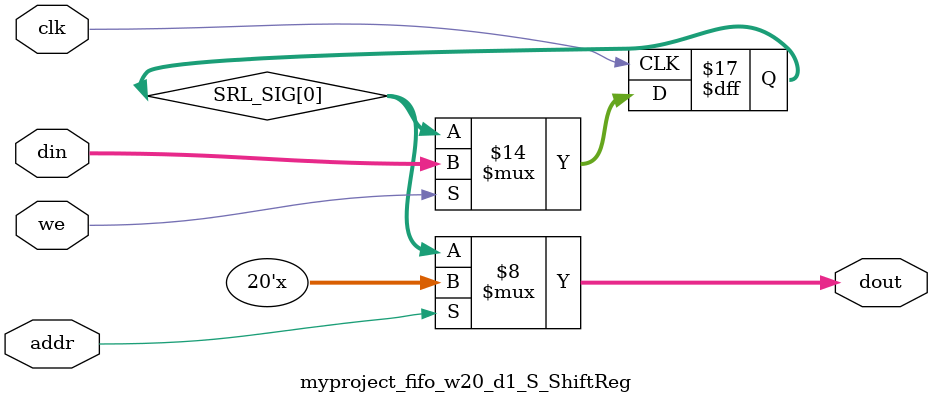
<source format=v>

`timescale 1ns/1ps

module myproject_fifo_w20_d1_S
#(parameter
    MEM_STYLE    = "shiftReg",
    DATA_WIDTH   = 20,
    ADDR_WIDTH   = 1,
    DEPTH        = 1)
(
    // system signal
    input  wire                  clk,
    input  wire                  reset,

    // write
    output wire                  if_full_n,
    input  wire                  if_write_ce,
    input  wire                  if_write,
    input  wire [DATA_WIDTH-1:0] if_din,
    
    // read 
    output wire [ADDR_WIDTH:0]   if_num_data_valid, // for FRP
    output wire [ADDR_WIDTH:0]   if_fifo_cap,       // for FRP

    output wire                  if_empty_n,
    input  wire                  if_read_ce,
    input  wire                  if_read,
    output wire [DATA_WIDTH-1:0] if_dout
);
//------------------------Parameter----------------------
localparam 
    SRL_DEPTH    = DEPTH,
    SRL_AWIDTH   = ADDR_WIDTH;
//------------------------Local signal-------------------
    reg  [SRL_AWIDTH-1:0] addr;
    wire                  push;
    wire                  pop;
    reg  [SRL_AWIDTH:0]   mOutPtr;
    reg                   empty_n = 1'b0;
    reg                   full_n = 1'b1; 

//------------------------Instantiation------------------
    myproject_fifo_w20_d1_S_ShiftReg 
    #(  .DATA_WIDTH (DATA_WIDTH),
        .ADDR_WIDTH (SRL_AWIDTH),
        .DEPTH      (SRL_DEPTH))
    U_myproject_fifo_w20_d1_S_ShiftReg (
        .clk        (clk),
        .we         (push),
        .addr       (addr),
        .din        (if_din),
        .dout       (if_dout)
    );
//------------------------Task and function--------------

//------------------------Body---------------------------
    // num_data_valid 
    assign if_num_data_valid = mOutPtr;
    assign if_fifo_cap       = DEPTH;

    // almost full/empty 

    // program full/empty 

    assign if_full_n  = full_n; 
    assign if_empty_n = empty_n;

    assign push       = full_n & if_write_ce & if_write;
    assign pop        = empty_n & if_read_ce & if_read;

    // addr
    always @(posedge clk) begin
        if (reset)
            addr <= {SRL_AWIDTH{1'b0}};
        else if (push & ~pop && empty_n)
            addr <= addr + 1'b1;
        else if (~push & pop && (mOutPtr != 1))
            addr <= addr - 1'b1;
    end

    // mOutPtr
    always @(posedge clk) begin
        if (reset)
            mOutPtr <= {SRL_AWIDTH+1{1'b0}};
        else if (push & ~pop)
            mOutPtr <= mOutPtr + 1'b1;
        else if (~push & pop)
            mOutPtr <= mOutPtr - 1'b1;
    end

    // full_n
    always @(posedge clk) begin
        if (reset)
            full_n <= 1'b1;
        else if ((push & ~pop) && (mOutPtr == DEPTH - 1))
            full_n <= 1'b0;
        else if (~push & pop)
            full_n <= 1'b1;
    end

    // empty_n
    always @(posedge clk) begin
        if (reset)
            empty_n <= 1'b0;
        else if (push & ~pop)
            empty_n <= 1'b1;
        else if ((~push & pop) && (mOutPtr == 1))
            empty_n <= 1'b0;
    end

    // almost_full_n 

    // almost_empty_n 

    // prog_full_n 
 
    // prog_empty_n 

endmodule  


module myproject_fifo_w20_d1_S_ShiftReg
#(parameter
    DATA_WIDTH  = 20,
    ADDR_WIDTH  = 1,
    DEPTH       = 1)
(
    input  wire                  clk,
    input  wire                  we,
    input  wire [ADDR_WIDTH-1:0] addr,
    input  wire [DATA_WIDTH-1:0] din,
    output wire [DATA_WIDTH-1:0] dout
);

    reg [DATA_WIDTH-1:0] SRL_SIG [0:DEPTH-1];
    integer i;

    always @(posedge clk) begin
        if (we) begin
            for (i=0; i<DEPTH-1; i=i+1)
                SRL_SIG[i+1] <= SRL_SIG[i];
            SRL_SIG[0] <= din;
        end
    end

    assign dout = SRL_SIG[addr];

endmodule
</source>
